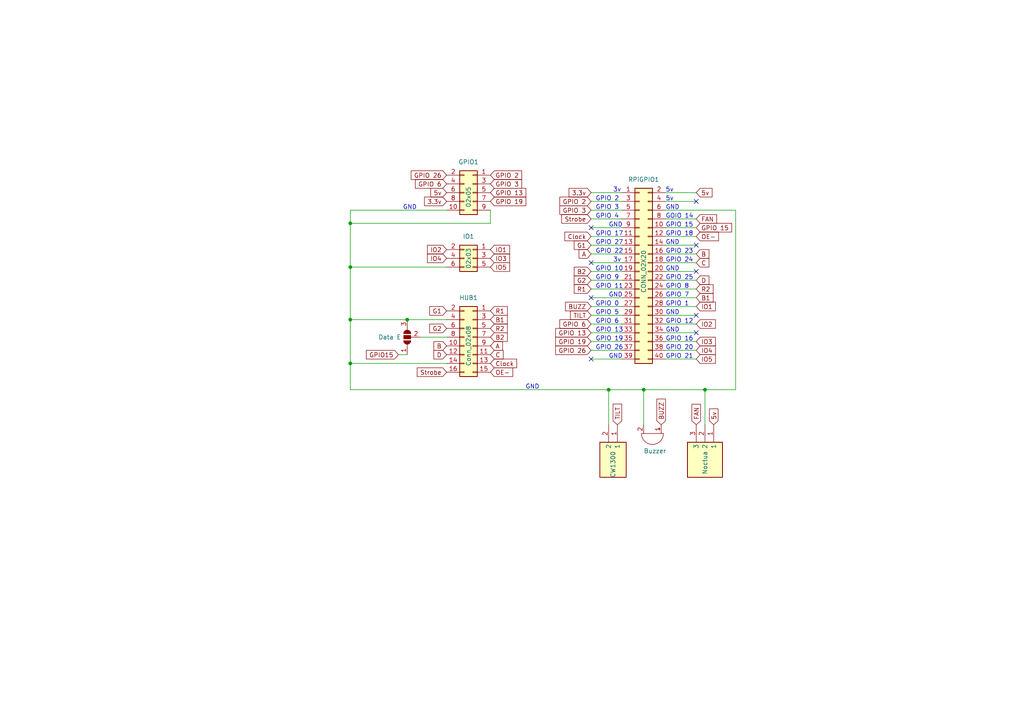
<source format=kicad_sch>
(kicad_sch (version 20230121) (generator eeschema)
  (paper "A4")
  (lib_symbols
    (symbol "171857-3003:171857-3003"
      (property "Reference" "J" (at 16.51 7.62 0))
      (property "Value" "171857-3003" (at 16.51 5.08 0))
      (symbol "171857-3003_1_1"
        (rectangle (start 5.08 2.54) (end 15.24 -7.62) (stroke (width 0.254)) (fill (type background)))
        (pin passive line (at 0 0 0) (length 5.08) (name "1") (number "1"))
        (pin passive line (at 0 -2.54 0) (length 5.08) (name "2") (number "2"))
        (pin passive line (at 0 -5.08 0) (length 5.08) (name "3") (number "3"))
      )
    )
    (symbol "CW1300-1:CW1300-1"
      (property "Reference" "S" (at 16.51 7.62 0))
      (property "Value" "CW1300-1" (at 16.51 5.08 0))
      (symbol "CW1300-1_1_1"
        (rectangle (start 5.08 2.54) (end 15.24 -5.08) (stroke (width 0.254)) (fill (type background)))
        (pin passive line (at 0 0 0) (length 5.08) (name "1") (number "1"))
        (pin passive line (at 0 -2.54 0) (length 5.08) (name "2") (number "2"))
      )
    )
    (symbol "Connector_Generic:Conn_02x03_Odd_Even" (pin_names (offset 1.016) hide)
      (property "Reference" "J" (at 1.27 5.08 0))
      (property "Value" "Conn_02x03_Odd_Even" (at 1.27 -5.08 0))
      (symbol "Conn_02x03_Odd_Even_1_1"
        (rectangle (start -1.27 -2.413) (end 0 -2.667) (stroke (width 0.1524)))
        (rectangle (start -1.27 0.127) (end 0 -0.127) (stroke (width 0.1524)))
        (rectangle (start -1.27 2.667) (end 0 2.413) (stroke (width 0.1524)))
        (rectangle (start -1.27 3.81) (end 3.81 -3.81) (stroke (width 0.254)) (fill (type background)))
        (rectangle (start 3.81 -2.413) (end 2.54 -2.667) (stroke (width 0.1524)))
        (rectangle (start 3.81 0.127) (end 2.54 -0.127) (stroke (width 0.1524)))
        (rectangle (start 3.81 2.667) (end 2.54 2.413) (stroke (width 0.1524)))
        (pin passive line (at -5.08 2.54 0) (length 3.81) (name "Pin_1") (number "1"))
        (pin passive line (at 7.62 2.54 180) (length 3.81) (name "Pin_2") (number "2"))
        (pin passive line (at -5.08 0 0) (length 3.81) (name "Pin_3") (number "3"))
        (pin passive line (at 7.62 0 180) (length 3.81) (name "Pin_4") (number "4"))
        (pin passive line (at -5.08 -2.54 0) (length 3.81) (name "Pin_5") (number "5"))
        (pin passive line (at 7.62 -2.54 180) (length 3.81) (name "Pin_6") (number "6"))
      )
    )
    (symbol "Connector_Generic:Conn_02x05_Odd_Even" (pin_names (offset 1.016) hide)
      (property "Reference" "J" (at 1.27 7.62 0))
      (property "Value" "Conn_02x05_Odd_Even" (at 1.27 -7.62 0))
      (symbol "Conn_02x05_Odd_Even_1_1"
        (rectangle (start -1.27 -4.953) (end 0 -5.207) (stroke (width 0.1524)))
        (rectangle (start -1.27 -2.413) (end 0 -2.667) (stroke (width 0.1524)))
        (rectangle (start -1.27 0.127) (end 0 -0.127) (stroke (width 0.1524)))
        (rectangle (start -1.27 2.667) (end 0 2.413) (stroke (width 0.1524)))
        (rectangle (start -1.27 5.207) (end 0 4.953) (stroke (width 0.1524)))
        (rectangle (start -1.27 6.35) (end 3.81 -6.35) (stroke (width 0.254)) (fill (type background)))
        (rectangle (start 3.81 -4.953) (end 2.54 -5.207) (stroke (width 0.1524)))
        (rectangle (start 3.81 -2.413) (end 2.54 -2.667) (stroke (width 0.1524)))
        (rectangle (start 3.81 0.127) (end 2.54 -0.127) (stroke (width 0.1524)))
        (rectangle (start 3.81 2.667) (end 2.54 2.413) (stroke (width 0.1524)))
        (rectangle (start 3.81 5.207) (end 2.54 4.953) (stroke (width 0.1524)))
        (pin passive line (at -5.08 5.08 0) (length 3.81) (name "Pin_1") (number "1"))
        (pin passive line (at 7.62 -5.08 180) (length 3.81) (name "Pin_10") (number "10"))
        (pin passive line (at 7.62 5.08 180) (length 3.81) (name "Pin_2") (number "2"))
        (pin passive line (at -5.08 2.54 0) (length 3.81) (name "Pin_3") (number "3"))
        (pin passive line (at 7.62 2.54 180) (length 3.81) (name "Pin_4") (number "4"))
        (pin passive line (at -5.08 0 0) (length 3.81) (name "Pin_5") (number "5"))
        (pin passive line (at 7.62 0 180) (length 3.81) (name "Pin_6") (number "6"))
        (pin passive line (at -5.08 -2.54 0) (length 3.81) (name "Pin_7") (number "7"))
        (pin passive line (at 7.62 -2.54 180) (length 3.81) (name "Pin_8") (number "8"))
        (pin passive line (at -5.08 -5.08 0) (length 3.81) (name "Pin_9") (number "9"))
      )
    )
    (symbol "Connector_Generic:Conn_02x08_Odd_Even" (pin_names (offset 1.016) hide)
      (property "Reference" "J" (at 1.27 10.16 0))
      (property "Value" "Conn_02x08_Odd_Even" (at 1.27 -12.7 0))
      (symbol "Conn_02x08_Odd_Even_1_1"
        (rectangle (start -1.27 -10.033) (end 0 -10.287) (stroke (width 0.1524)))
        (rectangle (start -1.27 -7.493) (end 0 -7.747) (stroke (width 0.1524)))
        (rectangle (start -1.27 -4.953) (end 0 -5.207) (stroke (width 0.1524)))
        (rectangle (start -1.27 -2.413) (end 0 -2.667) (stroke (width 0.1524)))
        (rectangle (start -1.27 0.127) (end 0 -0.127) (stroke (width 0.1524)))
        (rectangle (start -1.27 2.667) (end 0 2.413) (stroke (width 0.1524)))
        (rectangle (start -1.27 5.207) (end 0 4.953) (stroke (width 0.1524)))
        (rectangle (start -1.27 7.747) (end 0 7.493) (stroke (width 0.1524)))
        (rectangle (start -1.27 8.89) (end 3.81 -11.43) (stroke (width 0.254)) (fill (type background)))
        (rectangle (start 3.81 -10.033) (end 2.54 -10.287) (stroke (width 0.1524)))
        (rectangle (start 3.81 -7.493) (end 2.54 -7.747) (stroke (width 0.1524)))
        (rectangle (start 3.81 -4.953) (end 2.54 -5.207) (stroke (width 0.1524)))
        (rectangle (start 3.81 -2.413) (end 2.54 -2.667) (stroke (width 0.1524)))
        (rectangle (start 3.81 0.127) (end 2.54 -0.127) (stroke (width 0.1524)))
        (rectangle (start 3.81 2.667) (end 2.54 2.413) (stroke (width 0.1524)))
        (rectangle (start 3.81 5.207) (end 2.54 4.953) (stroke (width 0.1524)))
        (rectangle (start 3.81 7.747) (end 2.54 7.493) (stroke (width 0.1524)))
        (pin passive line (at -5.08 7.62 0) (length 3.81) (name "Pin_1") (number "1"))
        (pin passive line (at 7.62 -2.54 180) (length 3.81) (name "Pin_10") (number "10"))
        (pin passive line (at -5.08 -5.08 0) (length 3.81) (name "Pin_11") (number "11"))
        (pin passive line (at 7.62 -5.08 180) (length 3.81) (name "Pin_12") (number "12"))
        (pin passive line (at -5.08 -7.62 0) (length 3.81) (name "Pin_13") (number "13"))
        (pin passive line (at 7.62 -7.62 180) (length 3.81) (name "Pin_14") (number "14"))
        (pin passive line (at -5.08 -10.16 0) (length 3.81) (name "Pin_15") (number "15"))
        (pin passive line (at 7.62 -10.16 180) (length 3.81) (name "Pin_16") (number "16"))
        (pin passive line (at 7.62 7.62 180) (length 3.81) (name "Pin_2") (number "2"))
        (pin passive line (at -5.08 5.08 0) (length 3.81) (name "Pin_3") (number "3"))
        (pin passive line (at 7.62 5.08 180) (length 3.81) (name "Pin_4") (number "4"))
        (pin passive line (at -5.08 2.54 0) (length 3.81) (name "Pin_5") (number "5"))
        (pin passive line (at 7.62 2.54 180) (length 3.81) (name "Pin_6") (number "6"))
        (pin passive line (at -5.08 0 0) (length 3.81) (name "Pin_7") (number "7"))
        (pin passive line (at 7.62 0 180) (length 3.81) (name "Pin_8") (number "8"))
        (pin passive line (at -5.08 -2.54 0) (length 3.81) (name "Pin_9") (number "9"))
      )
    )
    (symbol "Connector_Generic:Conn_02x20_Odd_Even" (pin_names (offset 1.016) hide)
      (property "Reference" "J" (at 1.27 25.4 0))
      (property "Value" "Conn_02x20_Odd_Even" (at 1.27 -27.94 0))
      (symbol "Conn_02x20_Odd_Even_1_1"
        (rectangle (start -1.27 -25.273) (end 0 -25.527) (stroke (width 0.1524)))
        (rectangle (start -1.27 -22.733) (end 0 -22.987) (stroke (width 0.1524)))
        (rectangle (start -1.27 -20.193) (end 0 -20.447) (stroke (width 0.1524)))
        (rectangle (start -1.27 -17.653) (end 0 -17.907) (stroke (width 0.1524)))
        (rectangle (start -1.27 -15.113) (end 0 -15.367) (stroke (width 0.1524)))
        (rectangle (start -1.27 -12.573) (end 0 -12.827) (stroke (width 0.1524)))
        (rectangle (start -1.27 -10.033) (end 0 -10.287) (stroke (width 0.1524)))
        (rectangle (start -1.27 -7.493) (end 0 -7.747) (stroke (width 0.1524)))
        (rectangle (start -1.27 -4.953) (end 0 -5.207) (stroke (width 0.1524)))
        (rectangle (start -1.27 -2.413) (end 0 -2.667) (stroke (width 0.1524)))
        (rectangle (start -1.27 0.127) (end 0 -0.127) (stroke (width 0.1524)))
        (rectangle (start -1.27 2.667) (end 0 2.413) (stroke (width 0.1524)))
        (rectangle (start -1.27 5.207) (end 0 4.953) (stroke (width 0.1524)))
        (rectangle (start -1.27 7.747) (end 0 7.493) (stroke (width 0.1524)))
        (rectangle (start -1.27 10.287) (end 0 10.033) (stroke (width 0.1524)))
        (rectangle (start -1.27 12.827) (end 0 12.573) (stroke (width 0.1524)))
        (rectangle (start -1.27 15.367) (end 0 15.113) (stroke (width 0.1524)))
        (rectangle (start -1.27 17.907) (end 0 17.653) (stroke (width 0.1524)))
        (rectangle (start -1.27 20.447) (end 0 20.193) (stroke (width 0.1524)))
        (rectangle (start -1.27 22.987) (end 0 22.733) (stroke (width 0.1524)))
        (rectangle (start -1.27 24.13) (end 3.81 -26.67) (stroke (width 0.254)) (fill (type background)))
        (rectangle (start 3.81 -25.273) (end 2.54 -25.527) (stroke (width 0.1524)))
        (rectangle (start 3.81 -22.733) (end 2.54 -22.987) (stroke (width 0.1524)))
        (rectangle (start 3.81 -20.193) (end 2.54 -20.447) (stroke (width 0.1524)))
        (rectangle (start 3.81 -17.653) (end 2.54 -17.907) (stroke (width 0.1524)))
        (rectangle (start 3.81 -15.113) (end 2.54 -15.367) (stroke (width 0.1524)))
        (rectangle (start 3.81 -12.573) (end 2.54 -12.827) (stroke (width 0.1524)))
        (rectangle (start 3.81 -10.033) (end 2.54 -10.287) (stroke (width 0.1524)))
        (rectangle (start 3.81 -7.493) (end 2.54 -7.747) (stroke (width 0.1524)))
        (rectangle (start 3.81 -4.953) (end 2.54 -5.207) (stroke (width 0.1524)))
        (rectangle (start 3.81 -2.413) (end 2.54 -2.667) (stroke (width 0.1524)))
        (rectangle (start 3.81 0.127) (end 2.54 -0.127) (stroke (width 0.1524)))
        (rectangle (start 3.81 2.667) (end 2.54 2.413) (stroke (width 0.1524)))
        (rectangle (start 3.81 5.207) (end 2.54 4.953) (stroke (width 0.1524)))
        (rectangle (start 3.81 7.747) (end 2.54 7.493) (stroke (width 0.1524)))
        (rectangle (start 3.81 10.287) (end 2.54 10.033) (stroke (width 0.1524)))
        (rectangle (start 3.81 12.827) (end 2.54 12.573) (stroke (width 0.1524)))
        (rectangle (start 3.81 15.367) (end 2.54 15.113) (stroke (width 0.1524)))
        (rectangle (start 3.81 17.907) (end 2.54 17.653) (stroke (width 0.1524)))
        (rectangle (start 3.81 20.447) (end 2.54 20.193) (stroke (width 0.1524)))
        (rectangle (start 3.81 22.987) (end 2.54 22.733) (stroke (width 0.1524)))
        (pin passive line (at -5.08 22.86 0) (length 3.81) (name "Pin_1") (number "1"))
        (pin passive line (at 7.62 12.7 180) (length 3.81) (name "Pin_10") (number "10"))
        (pin passive line (at -5.08 10.16 0) (length 3.81) (name "Pin_11") (number "11"))
        (pin passive line (at 7.62 10.16 180) (length 3.81) (name "Pin_12") (number "12"))
        (pin passive line (at -5.08 7.62 0) (length 3.81) (name "Pin_13") (number "13"))
        (pin passive line (at 7.62 7.62 180) (length 3.81) (name "Pin_14") (number "14"))
        (pin passive line (at -5.08 5.08 0) (length 3.81) (name "Pin_15") (number "15"))
        (pin passive line (at 7.62 5.08 180) (length 3.81) (name "Pin_16") (number "16"))
        (pin passive line (at -5.08 2.54 0) (length 3.81) (name "Pin_17") (number "17"))
        (pin passive line (at 7.62 2.54 180) (length 3.81) (name "Pin_18") (number "18"))
        (pin passive line (at -5.08 0 0) (length 3.81) (name "Pin_19") (number "19"))
        (pin passive line (at 7.62 22.86 180) (length 3.81) (name "Pin_2") (number "2"))
        (pin passive line (at 7.62 0 180) (length 3.81) (name "Pin_20") (number "20"))
        (pin passive line (at -5.08 -2.54 0) (length 3.81) (name "Pin_21") (number "21"))
        (pin passive line (at 7.62 -2.54 180) (length 3.81) (name "Pin_22") (number "22"))
        (pin passive line (at -5.08 -5.08 0) (length 3.81) (name "Pin_23") (number "23"))
        (pin passive line (at 7.62 -5.08 180) (length 3.81) (name "Pin_24") (number "24"))
        (pin passive line (at -5.08 -7.62 0) (length 3.81) (name "Pin_25") (number "25"))
        (pin passive line (at 7.62 -7.62 180) (length 3.81) (name "Pin_26") (number "26"))
        (pin passive line (at -5.08 -10.16 0) (length 3.81) (name "Pin_27") (number "27"))
        (pin passive line (at 7.62 -10.16 180) (length 3.81) (name "Pin_28") (number "28"))
        (pin passive line (at -5.08 -12.7 0) (length 3.81) (name "Pin_29") (number "29"))
        (pin passive line (at -5.08 20.32 0) (length 3.81) (name "Pin_3") (number "3"))
        (pin passive line (at 7.62 -12.7 180) (length 3.81) (name "Pin_30") (number "30"))
        (pin passive line (at -5.08 -15.24 0) (length 3.81) (name "Pin_31") (number "31"))
        (pin passive line (at 7.62 -15.24 180) (length 3.81) (name "Pin_32") (number "32"))
        (pin passive line (at -5.08 -17.78 0) (length 3.81) (name "Pin_33") (number "33"))
        (pin passive line (at 7.62 -17.78 180) (length 3.81) (name "Pin_34") (number "34"))
        (pin passive line (at -5.08 -20.32 0) (length 3.81) (name "Pin_35") (number "35"))
        (pin passive line (at 7.62 -20.32 180) (length 3.81) (name "Pin_36") (number "36"))
        (pin passive line (at -5.08 -22.86 0) (length 3.81) (name "Pin_37") (number "37"))
        (pin passive line (at 7.62 -22.86 180) (length 3.81) (name "Pin_38") (number "38"))
        (pin passive line (at -5.08 -25.4 0) (length 3.81) (name "Pin_39") (number "39"))
        (pin passive line (at 7.62 20.32 180) (length 3.81) (name "Pin_4") (number "4"))
        (pin passive line (at 7.62 -25.4 180) (length 3.81) (name "Pin_40") (number "40"))
        (pin passive line (at -5.08 17.78 0) (length 3.81) (name "Pin_5") (number "5"))
        (pin passive line (at 7.62 17.78 180) (length 3.81) (name "Pin_6") (number "6"))
        (pin passive line (at -5.08 15.24 0) (length 3.81) (name "Pin_7") (number "7"))
        (pin passive line (at 7.62 15.24 180) (length 3.81) (name "Pin_8") (number "8"))
        (pin passive line (at -5.08 12.7 0) (length 3.81) (name "Pin_9") (number "9"))
      )
    )
    (symbol "Device:Buzzer" (pin_names (offset 0.0254) hide)
      (property "Reference" "BZ" (at 3.81 1.27 0))
      (property "Value" "Buzzer" (at 3.81 -1.27 0))
      (symbol "Buzzer_0_1"
        (arc (start 0 -3.175) (mid 3.1612 0) (end 0 3.175))
        (polyline (pts (xy -1.651 1.905) (xy -1.143 1.905)))
        (polyline (pts (xy -1.397 2.159) (xy -1.397 1.651)))
        (polyline (pts (xy 0 3.175) (xy 0 -3.175)))
      )
      (symbol "Buzzer_1_1"
        (pin passive line (at -2.54 2.54 0) (length 2.54) (name "-") (number "1"))
        (pin passive line (at -2.54 -2.54 0) (length 2.54) (name "+") (number "2"))
      )
    )
    (symbol "Jumper:SolderJumper_3_Open" (pin_names (offset 0) hide)
      (property "Reference" "JP" (at -2.54 -2.54 0))
      (property "Value" "SolderJumper_3_Open" (at 0 2.794 0))
      (symbol "SolderJumper_3_Open_0_1"
        (arc (start -1.016 1.016) (mid -2.0276 0) (end -1.016 -1.016))
        (arc (start -1.016 1.016) (mid -2.0276 0) (end -1.016 -1.016) (fill (type outline)))
        (rectangle (start -0.508 1.016) (end 0.508 -1.016) (fill (type outline)))
        (polyline (pts (xy -2.54 0) (xy -2.032 0)))
        (polyline (pts (xy -1.016 1.016) (xy -1.016 -1.016)))
        (polyline (pts (xy 0 -1.27) (xy 0 -1.016)))
        (polyline (pts (xy 1.016 1.016) (xy 1.016 -1.016)))
        (polyline (pts (xy 2.54 0) (xy 2.032 0)))
        (arc (start 1.016 -1.016) (mid 2.0276 0) (end 1.016 1.016))
        (arc (start 1.016 -1.016) (mid 2.0276 0) (end 1.016 1.016) (fill (type outline)))
      )
      (symbol "SolderJumper_3_Open_1_1"
        (pin passive line (at -5.08 0 0) (length 2.54) (name "A") (number "1"))
        (pin passive line (at 0 -3.81 90) (length 2.54) (name "C") (number "2"))
        (pin passive line (at 5.08 0 180) (length 2.54) (name "B") (number "3"))
      )
    )
  )
  (junction (at 101.6 77.47))
  (junction (at 204.47 113.03))
  (junction (at 101.6 92.71))
  (junction (at 118.11 92.71))
  (junction (at 186.69 113.03))
  (junction (at 101.6 105.41))
  (junction (at 176.53 113.03))
  (junction (at 101.6 64.77))
  (no_connect (at 201.93 58.42))
  (no_connect (at 201.93 78.74))
  (no_connect (at 171.45 76.2))
  (no_connect (at 201.93 96.52))
  (no_connect (at 171.45 66.04))
  (no_connect (at 171.45 86.36))
  (no_connect (at 201.93 91.44))
  (no_connect (at 201.93 71.12))
  (no_connect (at 171.45 104.14))
  (wire (pts (xy 171.45 86.36) (xy 180.34 86.36)))
  (wire (pts (xy 204.47 113.03) (xy 213.36 113.03)))
  (wire (pts (xy 101.6 60.96) (xy 129.54 60.96)))
  (wire (pts (xy 171.45 71.12) (xy 180.34 71.12)))
  (wire (pts (xy 101.6 92.71) (xy 101.6 105.41)))
  (wire (pts (xy 193.04 76.2) (xy 201.93 76.2)))
  (wire (pts (xy 193.04 71.12) (xy 201.93 71.12)))
  (wire (pts (xy 171.45 101.6) (xy 180.34 101.6)))
  (wire (pts (xy 171.45 81.28) (xy 180.34 81.28)))
  (wire (pts (xy 193.04 86.36) (xy 201.93 86.36)))
  (wire (pts (xy 101.6 77.47) (xy 101.6 64.77)))
  (wire (pts (xy 171.45 66.04) (xy 180.34 66.04)))
  (wire (pts (xy 101.6 77.47) (xy 101.6 92.71)))
  (wire (pts (xy 101.6 64.77) (xy 142.24 64.77)))
  (wire (pts (xy 204.47 123.19) (xy 204.47 113.03)))
  (wire (pts (xy 171.45 73.66) (xy 180.34 73.66)))
  (wire (pts (xy 176.53 113.03) (xy 186.69 113.03)))
  (wire (pts (xy 193.04 93.98) (xy 201.93 93.98)))
  (wire (pts (xy 193.04 66.04) (xy 201.93 66.04)))
  (wire (pts (xy 171.45 93.98) (xy 180.34 93.98)))
  (wire (pts (xy 193.04 73.66) (xy 201.93 73.66)))
  (wire (pts (xy 193.04 63.5) (xy 201.93 63.5)))
  (wire (pts (xy 193.04 83.82) (xy 201.93 83.82)))
  (wire (pts (xy 171.45 91.44) (xy 180.34 91.44)))
  (wire (pts (xy 193.04 91.44) (xy 201.93 91.44)))
  (wire (pts (xy 176.53 113.03) (xy 176.53 123.19)))
  (wire (pts (xy 213.36 113.03) (xy 213.36 60.96)))
  (wire (pts (xy 101.6 77.47) (xy 129.54 77.47)))
  (wire (pts (xy 121.92 97.79) (xy 129.54 97.79)))
  (wire (pts (xy 186.69 113.03) (xy 204.47 113.03)))
  (wire (pts (xy 193.04 68.58) (xy 201.93 68.58)))
  (wire (pts (xy 193.04 81.28) (xy 201.93 81.28)))
  (wire (pts (xy 193.04 78.74) (xy 201.93 78.74)))
  (wire (pts (xy 171.45 104.14) (xy 180.34 104.14)))
  (wire (pts (xy 193.04 58.42) (xy 201.93 58.42)))
  (wire (pts (xy 193.04 55.88) (xy 201.93 55.88)))
  (wire (pts (xy 171.45 76.2) (xy 180.34 76.2)))
  (wire (pts (xy 193.04 101.6) (xy 201.93 101.6)))
  (wire (pts (xy 171.45 60.96) (xy 180.34 60.96)))
  (wire (pts (xy 171.45 68.58) (xy 180.34 68.58)))
  (wire (pts (xy 193.04 88.9) (xy 201.93 88.9)))
  (wire (pts (xy 118.11 92.71) (xy 129.54 92.71)))
  (wire (pts (xy 193.04 99.06) (xy 201.93 99.06)))
  (wire (pts (xy 171.45 99.06) (xy 180.34 99.06)))
  (wire (pts (xy 101.6 92.71) (xy 118.11 92.71)))
  (wire (pts (xy 193.04 96.52) (xy 201.93 96.52)))
  (wire (pts (xy 186.69 113.03) (xy 186.69 123.19)))
  (wire (pts (xy 101.6 105.41) (xy 129.54 105.41)))
  (wire (pts (xy 193.04 60.96) (xy 213.36 60.96)))
  (wire (pts (xy 101.6 113.03) (xy 176.53 113.03)))
  (wire (pts (xy 171.45 58.42) (xy 180.34 58.42)))
  (wire (pts (xy 171.45 63.5) (xy 180.34 63.5)))
  (wire (pts (xy 193.04 104.14) (xy 201.93 104.14)))
  (wire (pts (xy 171.45 78.74) (xy 180.34 78.74)))
  (wire (pts (xy 171.45 83.82) (xy 180.34 83.82)))
  (wire (pts (xy 171.45 88.9) (xy 180.34 88.9)))
  (wire (pts (xy 115.57 102.87) (xy 118.11 102.87)))
  (wire (pts (xy 101.6 105.41) (xy 101.6 113.03)))
  (wire (pts (xy 171.45 55.88) (xy 180.34 55.88)))
  (wire (pts (xy 142.24 64.77) (xy 142.24 60.96)))
  (wire (pts (xy 171.45 96.52) (xy 180.34 96.52)))
  (wire (pts (xy 101.6 64.77) (xy 101.6 60.96)))
  (text "GND" (at 176.53 86.36 0) (effects (font (size 1.27 1.27)) (justify left bottom)))
  (text "5v" (at 193.04 55.88 0) (effects (font (size 1.27 1.27)) (justify left bottom)))
  (text "GPIO 22" (at 172.72 73.66 0) (effects (font (size 1.27 1.27)) (justify left bottom)))
  (text "GPIO 7" (at 193.04 86.36 0) (effects (font (size 1.27 1.27)) (justify left bottom)))
  (text "GPIO 12" (at 193.04 93.98 0) (effects (font (size 1.27 1.27)) (justify left bottom)))
  (text "GPIO 8" (at 193.04 83.82 0) (effects (font (size 1.27 1.27)) (justify left bottom)))
  (text "3v" (at 177.8 55.88 0) (effects (font (size 1.27 1.27)) (justify left bottom)))
  (text "3v" (at 177.8 76.2 0) (effects (font (size 1.27 1.27)) (justify left bottom)))
  (text "GPIO 16" (at 193.04 99.06 0) (effects (font (size 1.27 1.27)) (justify left bottom)))
  (text "GPIO 5" (at 172.72 91.44 0) (effects (font (size 1.27 1.27)) (justify left bottom)))
  (text "GND" (at 193.04 71.12 0) (effects (font (size 1.27 1.27)) (justify left bottom)))
  (text "GPIO 23" (at 193.04 73.66 0) (effects (font (size 1.27 1.27)) (justify left bottom)))
  (text "GPIO 2" (at 172.72 58.42 0) (effects (font (size 1.27 1.27)) (justify left bottom)))
  (text "GPIO 11" (at 172.72 83.82 0) (effects (font (size 1.27 1.27)) (justify left bottom)))
  (text "GND" (at 193.04 60.96 0) (effects (font (size 1.27 1.27)) (justify left bottom)))
  (text "GPIO 10" (at 172.72 78.74 0) (effects (font (size 1.27 1.27)) (justify left bottom)))
  (text "GPIO 27" (at 172.72 71.12 0) (effects (font (size 1.27 1.27)) (justify left bottom)))
  (text "GND" (at 193.04 96.52 0) (effects (font (size 1.27 1.27)) (justify left bottom)))
  (text "GND" (at 176.53 66.04 0) (effects (font (size 1.27 1.27)) (justify left bottom)))
  (text "5v" (at 193.04 58.42 0) (effects (font (size 1.27 1.27)) (justify left bottom)))
  (text "GPIO 0" (at 172.72 88.9 0) (effects (font (size 1.27 1.27)) (justify left bottom)))
  (text "GPIO 4" (at 172.72 63.5 0) (effects (font (size 1.27 1.27)) (justify left bottom)))
  (text "GND" (at 193.04 91.44 0) (effects (font (size 1.27 1.27)) (justify left bottom)))
  (text "GPIO 3" (at 172.72 60.96 0) (effects (font (size 1.27 1.27)) (justify left bottom)))
  (text "GND\n" (at 176.53 104.14 0) (effects (font (size 1.27 1.27)) (justify left bottom)))
  (text "GPIO 13" (at 172.72 96.52 0) (effects (font (size 1.27 1.27)) (justify left bottom)))
  (text "GOIO 14" (at 193.04 63.5 0) (effects (font (size 1.27 1.27)) (justify left bottom)))
  (text "GND" (at 193.04 78.74 0) (effects (font (size 1.27 1.27)) (justify left bottom)))
  (text "GPIO 1" (at 193.04 88.9 0) (effects (font (size 1.27 1.27)) (justify left bottom)))
  (text "GND" (at 152.4 113.03 0) (effects (font (size 1.27 1.27)) (justify left bottom)))
  (text "GPIO 21" (at 193.04 104.14 0) (effects (font (size 1.27 1.27)) (justify left bottom)))
  (text "GPIO 9" (at 172.72 81.28 0) (effects (font (size 1.27 1.27)) (justify left bottom)))
  (text "GPIO 26" (at 172.72 101.6 0) (effects (font (size 1.27 1.27)) (justify left bottom)))
  (text "GPIO 17" (at 172.72 68.58 0) (effects (font (size 1.27 1.27)) (justify left bottom)))
  (text "GPIO 24" (at 193.04 76.2 0) (effects (font (size 1.27 1.27)) (justify left bottom)))
  (text "GPIO 15" (at 193.04 66.04 0) (effects (font (size 1.27 1.27)) (justify left bottom)))
  (text "GND" (at 116.84 60.96 0) (effects (font (size 1.27 1.27)) (justify left bottom)))
  (text "GPIO 18" (at 193.04 68.58 0) (effects (font (size 1.27 1.27)) (justify left bottom)))
  (text "GPIO 6" (at 172.72 93.98 0) (effects (font (size 1.27 1.27)) (justify left bottom)))
  (text "GPIO 19" (at 172.72 99.06 0) (effects (font (size 1.27 1.27)) (justify left bottom)))
  (text "GPIO 20" (at 193.04 101.6 0) (effects (font (size 1.27 1.27)) (justify left bottom)))
  (text "GPIO 25" (at 193.04 81.28 0) (effects (font (size 1.27 1.27)) (justify left bottom)))
  (global_label "GPIO 3" (shape input) (at 142.24 53.34 0) (property "Intersheetrefs" "${INTERSHEET_REFS}" (effects hide)))
  (global_label "Strobe" (shape input) (at 171.45 63.5 180) (property "Intersheetrefs" "${INTERSHEET_REFS}" (effects hide)))
  (global_label "Clock" (shape input) (at 142.24 105.41 0) (property "Intersheetrefs" "${INTERSHEET_REFS}" (effects hide)))
  (global_label "TILT" (shape input) (at 171.45 91.44 180) (property "Intersheetrefs" "${INTERSHEET_REFS}" (effects hide)))
  (global_label "GPIO 26" (shape input) (at 171.45 101.6 180) (property "Intersheetrefs" "${INTERSHEET_REFS}" (effects hide)))
  (global_label "BUZZ" (shape input) (at 191.77 123.19 90) (property "Intersheetrefs" "${INTERSHEET_REFS}" (effects hide)))
  (global_label "FAN" (shape input) (at 201.93 123.19 90) (property "Intersheetrefs" "${INTERSHEET_REFS}" (effects hide)))
  (global_label "G2" (shape input) (at 171.45 81.28 180) (property "Intersheetrefs" "${INTERSHEET_REFS}" (effects hide)))
  (global_label "B" (shape input) (at 129.54 100.33 180) (property "Intersheetrefs" "${INTERSHEET_REFS}" (effects hide)))
  (global_label "B1" (shape input) (at 142.24 92.71 0) (property "Intersheetrefs" "${INTERSHEET_REFS}" (effects hide)))
  (global_label "D" (shape input) (at 201.93 81.28 0) (property "Intersheetrefs" "${INTERSHEET_REFS}" (effects hide)))
  (global_label "IO4" (shape input) (at 201.93 101.6 0) (property "Intersheetrefs" "${INTERSHEET_REFS}" (effects hide)))
  (global_label "FAN" (shape input) (at 201.93 63.5 0) (property "Intersheetrefs" "${INTERSHEET_REFS}" (effects hide)))
  (global_label "IO5" (shape input) (at 201.93 104.14 0) (property "Intersheetrefs" "${INTERSHEET_REFS}" (effects hide)))
  (global_label "GPIO 2" (shape input) (at 142.24 50.8 0) (property "Intersheetrefs" "${INTERSHEET_REFS}" (effects hide)))
  (global_label "G2" (shape input) (at 129.54 95.25 180) (property "Intersheetrefs" "${INTERSHEET_REFS}" (effects hide)))
  (global_label "3.3v" (shape input) (at 171.45 55.88 180) (property "Intersheetrefs" "${INTERSHEET_REFS}" (effects hide)))
  (global_label "3.3v" (shape input) (at 129.54 58.42 180) (property "Intersheetrefs" "${INTERSHEET_REFS}" (effects hide)))
  (global_label "GPIO 19" (shape input) (at 171.45 99.06 180) (property "Intersheetrefs" "${INTERSHEET_REFS}" (effects hide)))
  (global_label "GPIO 3" (shape input) (at 171.45 60.96 180) (property "Intersheetrefs" "${INTERSHEET_REFS}" (effects hide)))
  (global_label "R1" (shape input) (at 171.45 83.82 180) (property "Intersheetrefs" "${INTERSHEET_REFS}" (effects hide)))
  (global_label "C" (shape input) (at 142.24 102.87 0) (property "Intersheetrefs" "${INTERSHEET_REFS}" (effects hide)))
  (global_label "IO3" (shape input) (at 142.24 74.93 0) (property "Intersheetrefs" "${INTERSHEET_REFS}" (effects hide)))
  (global_label "5v" (shape input) (at 129.54 55.88 180) (property "Intersheetrefs" "${INTERSHEET_REFS}" (effects hide)))
  (global_label "B" (shape input) (at 201.93 73.66 0) (property "Intersheetrefs" "${INTERSHEET_REFS}" (effects hide)))
  (global_label "G1" (shape input) (at 171.45 71.12 180) (property "Intersheetrefs" "${INTERSHEET_REFS}" (effects hide)))
  (global_label "Strobe" (shape input) (at 129.54 107.95 180) (property "Intersheetrefs" "${INTERSHEET_REFS}" (effects hide)))
  (global_label "IO2" (shape input) (at 201.93 93.98 0) (property "Intersheetrefs" "${INTERSHEET_REFS}" (effects hide)))
  (global_label "5v" (shape input) (at 207.01 123.19 90) (property "Intersheetrefs" "${INTERSHEET_REFS}" (effects hide)))
  (global_label "A" (shape input) (at 142.24 100.33 0) (property "Intersheetrefs" "${INTERSHEET_REFS}" (effects hide)))
  (global_label "IO3" (shape input) (at 201.93 99.06 0) (property "Intersheetrefs" "${INTERSHEET_REFS}" (effects hide)))
  (global_label "GPIO 13" (shape input) (at 142.24 55.88 0) (property "Intersheetrefs" "${INTERSHEET_REFS}" (effects hide)))
  (global_label "OE-" (shape input) (at 142.24 107.95 0) (property "Intersheetrefs" "${INTERSHEET_REFS}" (effects hide)))
  (global_label "G1" (shape input) (at 129.54 90.17 180) (property "Intersheetrefs" "${INTERSHEET_REFS}" (effects hide)))
  (global_label "D" (shape input) (at 129.54 102.87 180) (property "Intersheetrefs" "${INTERSHEET_REFS}" (effects hide)))
  (global_label "A" (shape input) (at 171.45 73.66 180) (property "Intersheetrefs" "${INTERSHEET_REFS}" (effects hide)))
  (global_label "B1" (shape input) (at 201.93 86.36 0) (property "Intersheetrefs" "${INTERSHEET_REFS}" (effects hide)))
  (global_label "GPIO 2" (shape input) (at 171.45 58.42 180) (property "Intersheetrefs" "${INTERSHEET_REFS}" (effects hide)))
  (global_label "GPIO 19" (shape input) (at 142.24 58.42 0) (property "Intersheetrefs" "${INTERSHEET_REFS}" (effects hide)))
  (global_label "R2" (shape input) (at 142.24 95.25 0) (property "Intersheetrefs" "${INTERSHEET_REFS}" (effects hide)))
  (global_label "GPIO 26" (shape input) (at 129.54 50.8 180) (property "Intersheetrefs" "${INTERSHEET_REFS}" (effects hide)))
  (global_label "IO5" (shape input) (at 142.24 77.47 0) (property "Intersheetrefs" "${INTERSHEET_REFS}" (effects hide)))
  (global_label "IO4" (shape input) (at 129.54 74.93 180) (property "Intersheetrefs" "${INTERSHEET_REFS}" (effects hide)))
  (global_label "5v" (shape input) (at 201.93 55.88 0) (property "Intersheetrefs" "${INTERSHEET_REFS}" (effects hide)))
  (global_label "IO2" (shape input) (at 129.54 72.39 180) (property "Intersheetrefs" "${INTERSHEET_REFS}" (effects hide)))
  (global_label "TILT" (shape input) (at 179.07 123.19 90) (property "Intersheetrefs" "${INTERSHEET_REFS}" (effects hide)))
  (global_label "GPIO 6" (shape input) (at 129.54 53.34 180) (property "Intersheetrefs" "${INTERSHEET_REFS}" (effects hide)))
  (global_label "OE-" (shape input) (at 201.93 68.58 0) (property "Intersheetrefs" "${INTERSHEET_REFS}" (effects hide)))
  (global_label "IO1" (shape input) (at 201.93 88.9 0) (property "Intersheetrefs" "${INTERSHEET_REFS}" (effects hide)))
  (global_label "IO1" (shape input) (at 142.24 72.39 0) (property "Intersheetrefs" "${INTERSHEET_REFS}" (effects hide)))
  (global_label "Clock" (shape input) (at 171.45 68.58 180) (property "Intersheetrefs" "${INTERSHEET_REFS}" (effects hide)))
  (global_label "B2" (shape input) (at 171.45 78.74 180) (property "Intersheetrefs" "${INTERSHEET_REFS}" (effects hide)))
  (global_label "R1" (shape input) (at 142.24 90.17 0) (property "Intersheetrefs" "${INTERSHEET_REFS}" (effects hide)))
  (global_label "GPIO 13" (shape input) (at 171.45 96.52 180) (property "Intersheetrefs" "${INTERSHEET_REFS}" (effects hide)))
  (global_label "B2" (shape input) (at 142.24 97.79 0) (property "Intersheetrefs" "${INTERSHEET_REFS}" (effects hide)))
  (global_label "GPIO15" (shape input) (at 115.57 102.87 180) (property "Intersheetrefs" "${INTERSHEET_REFS}" (effects hide)))
  (global_label "GPIO 6" (shape input) (at 171.45 93.98 180) (property "Intersheetrefs" "${INTERSHEET_REFS}" (effects hide)))
  (global_label "BUZZ" (shape input) (at 171.45 88.9 180) (property "Intersheetrefs" "${INTERSHEET_REFS}" (effects hide)))
  (global_label "R2" (shape input) (at 201.93 83.82 0) (property "Intersheetrefs" "${INTERSHEET_REFS}" (effects hide)))
  (global_label "C" (shape input) (at 201.93 76.2 0) (property "Intersheetrefs" "${INTERSHEET_REFS}" (effects hide)))
  (global_label "GPIO 15" (shape input) (at 201.93 66.04 0) (property "Intersheetrefs" "${INTERSHEET_REFS}" (effects hide)))
  (symbol (lib_id "Device:Buzzer") (at 189.23 125.73 270) (unit 1)
    (property "Reference" "BZ1" (effects hide))
    (property "Value" "Buzzer" (at 186.69 130.81 90) (effects (justify left)))
    (property "Footprint" "Buzzer_Beeper:MagneticBuzzer_Kingstate_KCG0601" (effects hide))
  )
  (symbol (lib_id "Connector_Generic:Conn_02x03_Odd_Even") (at 137.16 74.93 0) (mirror y) (unit 1)
    (property "Reference" "IO1" (at 135.89 68.58 0))
    (property "Value" "02x03" (at 135.89 74.93 90))
    (property "Footprint" "Connector_IDC:IDC-Header_2x03_P2.54mm_Horizontal" (effects hide))
  )
  (symbol (lib_id "CW1300-1:CW1300-1") (at 179.07 123.19 270) (unit 1)
    (property "Reference" "S1" (effects hide))
    (property "Value" "CW1300" (at 177.8 130.81 0) (effects (justify left)))
    (property "Footprint" "Tilt Sensor:CW13001" (effects hide))
    (property "Height" "10.2" (effects hide))
    (property "Manufacturer_Name" "Assemtech" (effects hide))
    (property "Manufacturer_Part_Number" "CW1300-1" (effects hide))
  )
  (symbol (lib_id "171857-3003:171857-3003") (at 207.01 123.19 270) (unit 1)
    (property "Reference" "M1" (effects hide))
    (property "Value" "Noctua" (at 204.47 130.81 0) (effects (justify left)))
    (property "Footprint" "3 Pin Fan Header Angled:HDRRA3W64P0X254_1X3_747X318X635P" (effects hide))
    (property "Datasheet" "https://www.molex.com/pdm_docs/sd/1718573003_sd.pdf" (effects hide))
    (property "Height" "6.35" (effects hide))
    (property "Mouser Part Number" "538-171857-3003" (effects hide))
    (property "Mouser Price/Stock" "https://www.mouser.co.uk/ProductDetail/Molex/171857-3003?qs=v0t%252BUMfTP8PwHdzKGVbMJQ%3D%3D" (effects hide))
    (property "Manufacturer_Name" "Molex" (effects hide))
    (property "Manufacturer_Part_Number" "171857-3003" (effects hide))
  )
  (symbol (lib_id "Jumper:SolderJumper_3_Open") (at 118.11 97.79 90) (unit 1)
    (property "Reference" "JP1" (effects hide))
    (property "Value" "Data E" (at 113.03 97.79 90))
    (property "Footprint" "Jumper:SolderJumper-3_P1.3mm_Open_Pad1.0x1.5mm_NumberLabels" (effects hide))
  )
  (symbol (lib_id "Connector_Generic:Conn_02x08_Odd_Even") (at 137.16 97.79 0) (mirror y) (unit 1)
    (property "Reference" "HUB1" (at 135.89 86.36 0))
    (property "Value" "Conn_02x08" (at 135.89 100.33 90))
    (property "Footprint" "Connector_IDC:IDC-Header_2x08_P2.54mm_Horizontal" (effects hide))
  )
  (symbol (lib_id "Connector_Generic:Conn_02x05_Odd_Even") (at 137.16 55.88 0) (mirror y) (unit 1)
    (property "Reference" "GPIO1" (at 135.89 46.99 0))
    (property "Value" "02x05" (at 135.89 57.15 90))
    (property "Footprint" "Connector_PinHeader_2.54mm:PinHeader_2x05_P2.54mm_Horizontal" (effects hide))
  )
  (symbol (lib_id "Connector_Generic:Conn_02x20_Odd_Even") (at 185.42 78.74 0) (unit 1)
    (property "Reference" "RPiGPIO1" (at 186.69 52.07 0))
    (property "Value" "CONN_02X20" (at 186.69 78.74 90))
    (property "Footprint" "Connector_PinSocket_2.54mm:PinSocket_2x20_P2.54mm_Vertical" (effects hide))
  )
)
</source>
